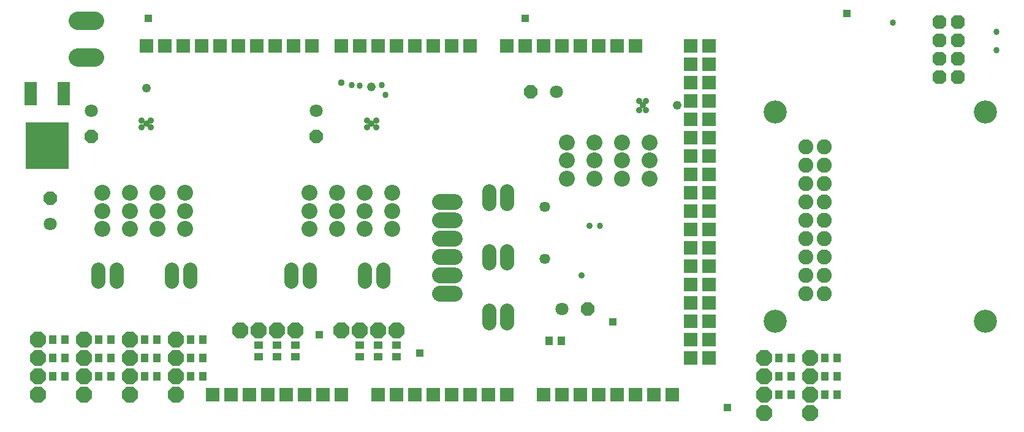
<source format=gbr>
G04 EAGLE Gerber RS-274X export*
G75*
%MOMM*%
%FSLAX34Y34*%
%LPD*%
%INSoldermask Bottom*%
%IPPOS*%
%AMOC8*
5,1,8,0,0,1.08239X$1,22.5*%
G01*
G04 Define Apertures*
%ADD10R,1.903200X1.903200*%
%ADD11C,1.463200*%
%ADD12C,1.930400*%
%ADD13P,1.95198X8X22.5*%
%ADD14C,1.803400*%
%ADD15C,2.243200*%
%ADD16C,2.081869*%
%ADD17C,3.203200*%
%ADD18P,2.08945X8X292.5*%
%ADD19C,2.203200*%
%ADD20P,1.95198X8X292.5*%
%ADD21P,1.95198X8X202.5*%
%ADD22P,2.42802X8X202.5*%
%ADD23R,1.001900X1.177100*%
%ADD24P,2.42802X8X112.5*%
%ADD25R,1.177100X1.001900*%
%ADD26C,2.578100*%
%ADD27R,6.003200X6.403200*%
%ADD28R,1.803200X3.203200*%
%ADD29P,1.95198X8X112.5*%
%ADD30C,0.914400*%
%ADD31R,1.016000X1.016000*%
%ADD32C,1.219200*%
%ADD33C,0.959600*%
%ADD34C,0.863600*%
D10*
X279400Y25400D03*
X304800Y25400D03*
X330200Y25400D03*
X355600Y25400D03*
X381000Y25400D03*
X406400Y25400D03*
X431800Y25400D03*
X457200Y25400D03*
X508000Y25400D03*
X533400Y25400D03*
X558800Y25400D03*
X584200Y25400D03*
X609600Y25400D03*
X635000Y25400D03*
X660400Y25400D03*
X685800Y25400D03*
X736600Y25400D03*
X762000Y25400D03*
X787400Y25400D03*
X812800Y25400D03*
X838200Y25400D03*
X863600Y25400D03*
X889000Y25400D03*
X914400Y25400D03*
X939800Y76200D03*
X965200Y76200D03*
X939800Y101600D03*
X939800Y127000D03*
X965200Y101600D03*
X965200Y127000D03*
X939800Y152400D03*
X965200Y152400D03*
X939800Y177800D03*
X965200Y177800D03*
X939800Y203200D03*
X965200Y203200D03*
X939800Y228600D03*
X965200Y228600D03*
X939800Y254000D03*
X965200Y254000D03*
X939800Y279400D03*
X965200Y279400D03*
X939800Y304800D03*
X965200Y304800D03*
X939800Y330200D03*
X965200Y330200D03*
X939800Y355600D03*
X965200Y355600D03*
X939800Y381000D03*
X965200Y381000D03*
X939800Y406400D03*
X965200Y406400D03*
X939800Y431800D03*
X965200Y431800D03*
X939800Y457200D03*
X965200Y457200D03*
X939800Y482600D03*
X965200Y482600D03*
X939800Y508000D03*
X965200Y508000D03*
X863600Y508000D03*
X838200Y508000D03*
X812800Y508000D03*
X787400Y508000D03*
X762000Y508000D03*
X736600Y508000D03*
X711200Y508000D03*
X685800Y508000D03*
X635000Y508000D03*
X609600Y508000D03*
X584200Y508000D03*
X558800Y508000D03*
X533400Y508000D03*
X508000Y508000D03*
X482600Y508000D03*
X457200Y508000D03*
X416560Y508000D03*
X391160Y508000D03*
X365760Y508000D03*
X340360Y508000D03*
X314960Y508000D03*
X289560Y508000D03*
X264160Y508000D03*
X238760Y508000D03*
X213360Y508000D03*
X187960Y508000D03*
D11*
X738188Y285438D03*
X738188Y213038D03*
D12*
X685600Y141986D02*
X685600Y124714D01*
X660600Y124714D02*
X660600Y141986D01*
D13*
X796885Y144105D03*
D14*
X761325Y144105D03*
D15*
X613450Y292100D02*
X593050Y292100D01*
X593050Y266700D02*
X613450Y266700D01*
X613450Y241300D02*
X593050Y241300D01*
X593050Y215900D02*
X613450Y215900D01*
X613450Y190500D02*
X593050Y190500D01*
X593050Y165100D02*
X613450Y165100D01*
D16*
X1098550Y165100D03*
X1098550Y190500D03*
X1098550Y215900D03*
X1098550Y241300D03*
X1098550Y266700D03*
X1098550Y292100D03*
X1098550Y317500D03*
X1098550Y342900D03*
X1098550Y368300D03*
X1123950Y165100D03*
X1123950Y190500D03*
X1123950Y215900D03*
X1123950Y241300D03*
X1123950Y266700D03*
X1123950Y292100D03*
X1123950Y317500D03*
X1123950Y342900D03*
X1123950Y368300D03*
D17*
X1056640Y126560D03*
X1056640Y416560D03*
X1346640Y416560D03*
X1346640Y126560D03*
D18*
X1283335Y541020D03*
X1308735Y541020D03*
X1283335Y515620D03*
X1308735Y515620D03*
X1283335Y490220D03*
X1308735Y490220D03*
X1283335Y464820D03*
X1308735Y464820D03*
D19*
X241300Y304400D03*
X241300Y279400D03*
X241300Y254400D03*
X203200Y304400D03*
X203200Y279400D03*
X203200Y254400D03*
X165100Y304400D03*
X165100Y279400D03*
X165100Y254400D03*
X127000Y304400D03*
X127000Y279400D03*
X127000Y254400D03*
D12*
X145850Y199136D02*
X145850Y181864D01*
X120850Y181864D02*
X120850Y199136D01*
X247450Y199136D02*
X247450Y181864D01*
X222450Y181864D02*
X222450Y199136D01*
D19*
X527050Y304400D03*
X527050Y279400D03*
X527050Y254400D03*
X488950Y304400D03*
X488950Y279400D03*
X488950Y254400D03*
X450850Y304400D03*
X450850Y279400D03*
X450850Y254400D03*
X412750Y304400D03*
X412750Y279400D03*
X412750Y254400D03*
D12*
X412550Y199136D02*
X412550Y181864D01*
X387550Y181864D02*
X387550Y199136D01*
X514150Y199136D02*
X514150Y181864D01*
X489150Y181864D02*
X489150Y199136D01*
D19*
X882650Y374250D03*
X882650Y349250D03*
X882650Y324250D03*
X844550Y374250D03*
X844550Y349250D03*
X844550Y324250D03*
X806450Y374250D03*
X806450Y349250D03*
X806450Y324250D03*
X768350Y374250D03*
X768350Y349250D03*
X768350Y324250D03*
D12*
X685600Y307086D02*
X685600Y289814D01*
X660600Y289814D02*
X660600Y307086D01*
X685600Y224536D02*
X685600Y207264D01*
X660600Y207264D02*
X660600Y224536D01*
D20*
X111125Y382270D03*
D14*
X111125Y417830D03*
D20*
X422275Y382270D03*
D14*
X422275Y417830D03*
D21*
X718820Y444500D03*
D14*
X754380Y444500D03*
D22*
X228600Y25400D03*
X228600Y50800D03*
X228600Y76200D03*
X228600Y101600D03*
D23*
X265327Y50800D03*
X249023Y50800D03*
X265327Y76200D03*
X249023Y76200D03*
X265327Y101600D03*
X249023Y101600D03*
D22*
X165100Y25400D03*
X165100Y50800D03*
X165100Y76200D03*
X165100Y101600D03*
D23*
X201827Y50800D03*
X185523Y50800D03*
X201827Y76200D03*
X185523Y76200D03*
X201827Y101600D03*
X185523Y101600D03*
D22*
X101600Y25400D03*
X101600Y50800D03*
X101600Y76200D03*
X101600Y101600D03*
D23*
X138327Y50800D03*
X122023Y50800D03*
X138327Y76200D03*
X122023Y76200D03*
X138327Y101600D03*
X122023Y101600D03*
D22*
X38100Y25400D03*
X38100Y50800D03*
X38100Y76200D03*
X38100Y101600D03*
D23*
X74827Y50800D03*
X58523Y50800D03*
X74827Y76200D03*
X58523Y76200D03*
X74827Y101600D03*
X58523Y101600D03*
D24*
X317500Y114300D03*
X342900Y114300D03*
X368300Y114300D03*
X393700Y114300D03*
D25*
X342900Y77573D03*
X342900Y93877D03*
X368300Y77573D03*
X368300Y93877D03*
X393700Y77573D03*
X393700Y93877D03*
D24*
X457200Y114300D03*
X482600Y114300D03*
X508000Y114300D03*
X533400Y114300D03*
D25*
X482600Y77573D03*
X482600Y93877D03*
X508000Y77573D03*
X508000Y93877D03*
X533400Y77573D03*
X533400Y93877D03*
D22*
X1041400Y0D03*
X1041400Y25400D03*
X1041400Y50800D03*
X1041400Y76200D03*
D23*
X1078127Y25400D03*
X1061823Y25400D03*
X1078127Y50800D03*
X1061823Y50800D03*
X1078127Y76200D03*
X1061823Y76200D03*
D22*
X1104900Y0D03*
X1104900Y25400D03*
X1104900Y50800D03*
X1104900Y76200D03*
D23*
X1141627Y25400D03*
X1125323Y25400D03*
X1141627Y50800D03*
X1125323Y50800D03*
X1141627Y76200D03*
X1125323Y76200D03*
D26*
X116650Y542925D02*
X92901Y542925D01*
X92901Y492125D02*
X116650Y492125D01*
D27*
X50800Y369900D03*
D28*
X28000Y441700D03*
X73600Y441700D03*
D29*
X54610Y297180D03*
D14*
X54610Y261620D03*
D23*
X744323Y100013D03*
X760627Y100013D03*
D30*
X187325Y400050D03*
X180975Y404813D03*
X193675Y404813D03*
X180975Y395288D03*
X193675Y395288D03*
X498475Y400050D03*
X492125Y404813D03*
X504825Y404813D03*
X492125Y395288D03*
X504825Y395288D03*
X873125Y425450D03*
X868363Y431800D03*
X877888Y431800D03*
X868363Y419100D03*
X877888Y419100D03*
D31*
X711200Y546100D03*
X190500Y546100D03*
X1155700Y552450D03*
X990600Y7620D03*
X426720Y107950D03*
X565150Y82550D03*
X831850Y125730D03*
D32*
X920750Y425450D03*
X187325Y449263D03*
X498475Y450850D03*
D33*
X457200Y457200D03*
D34*
X1219200Y539750D03*
X1362075Y502158D03*
X1362075Y527050D03*
X814388Y258763D03*
X517525Y439738D03*
X512763Y454025D03*
X482600Y452438D03*
X471250Y454025D03*
D30*
X50800Y381000D03*
X38100Y381000D03*
X63500Y381000D03*
X63500Y368300D03*
X50800Y368300D03*
X38100Y368300D03*
X38100Y355600D03*
X50800Y355600D03*
X63500Y355600D03*
X800100Y258763D03*
X788988Y190500D03*
M02*

</source>
